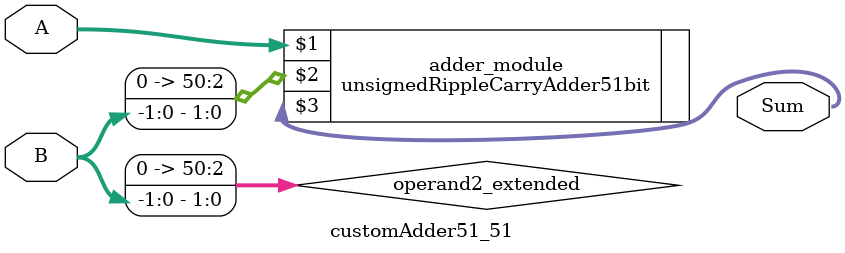
<source format=v>
module customAdder51_51(
                        input [50 : 0] A,
                        input [-1 : 0] B,
                        
                        output [51 : 0] Sum
                );

        wire [50 : 0] operand2_extended;
        
        assign operand2_extended =  {51'b0, B};
        
        unsignedRippleCarryAdder51bit adder_module(
            A,
            operand2_extended,
            Sum
        );
        
        endmodule
        
</source>
